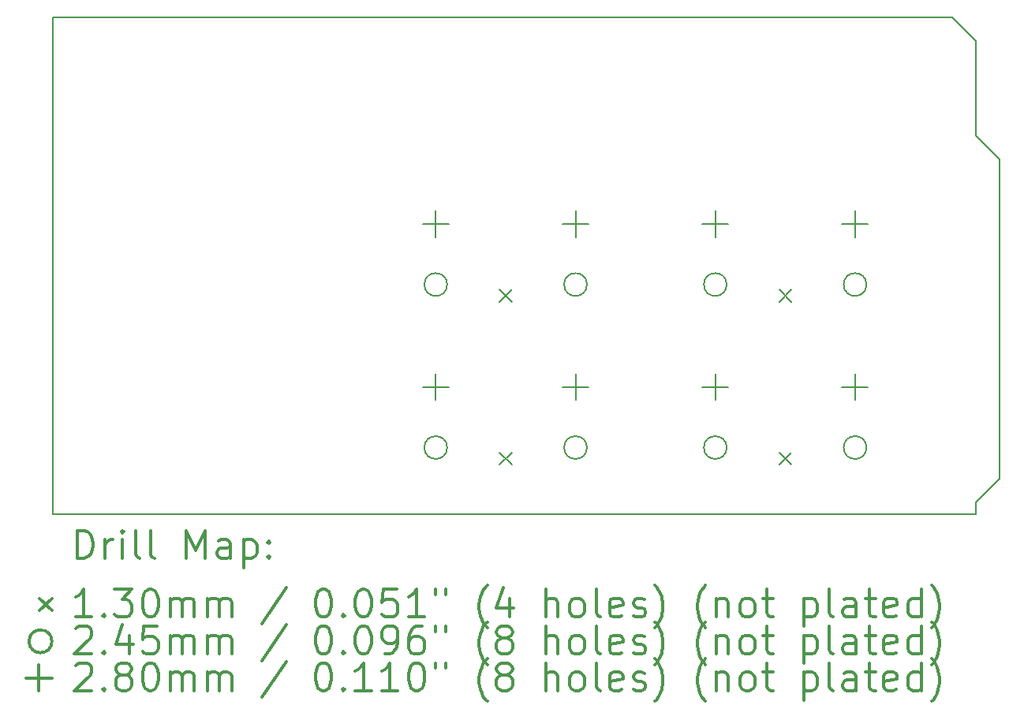
<source format=gbr>
%FSLAX45Y45*%
G04 Gerber Fmt 4.5, Leading zero omitted, Abs format (unit mm)*
G04 Created by KiCad (PCBNEW 4.0.7) date 12/07/17 00:39:20*
%MOMM*%
%LPD*%
G01*
G04 APERTURE LIST*
%ADD10C,0.127000*%
%ADD11C,0.150000*%
%ADD12C,0.200000*%
%ADD13C,0.300000*%
G04 APERTURE END LIST*
D10*
D11*
X20243800Y-7086600D02*
X20243800Y-8102600D01*
X20497800Y-11785600D02*
X20243800Y-12039600D01*
X20497800Y-8356600D02*
X20497800Y-11785600D01*
X20243800Y-8102600D02*
X20497800Y-8356600D01*
X19989800Y-6832600D02*
X20243800Y-7086600D01*
X20243800Y-12039600D02*
X20243800Y-12166600D01*
X10337800Y-12166600D02*
X10337800Y-6832600D01*
X20243800Y-12166600D02*
X10337800Y-12166600D01*
X10337800Y-6832600D02*
X19989800Y-6832600D01*
D12*
X15135000Y-9755000D02*
X15265000Y-9885000D01*
X15265000Y-9755000D02*
X15135000Y-9885000D01*
X15135000Y-11505000D02*
X15265000Y-11635000D01*
X15265000Y-11505000D02*
X15135000Y-11635000D01*
X18135000Y-9755000D02*
X18265000Y-9885000D01*
X18265000Y-9755000D02*
X18135000Y-9885000D01*
X18135000Y-11505000D02*
X18265000Y-11635000D01*
X18265000Y-11505000D02*
X18135000Y-11635000D01*
X14572500Y-9700000D02*
G75*
G03X14572500Y-9700000I-122500J0D01*
G01*
X14572500Y-11450000D02*
G75*
G03X14572500Y-11450000I-122500J0D01*
G01*
X16072500Y-9700000D02*
G75*
G03X16072500Y-9700000I-122500J0D01*
G01*
X16072500Y-11450000D02*
G75*
G03X16072500Y-11450000I-122500J0D01*
G01*
X17572500Y-9700000D02*
G75*
G03X17572500Y-9700000I-122500J0D01*
G01*
X17572500Y-11450000D02*
G75*
G03X17572500Y-11450000I-122500J0D01*
G01*
X19072500Y-9700000D02*
G75*
G03X19072500Y-9700000I-122500J0D01*
G01*
X19072500Y-11450000D02*
G75*
G03X19072500Y-11450000I-122500J0D01*
G01*
X14450000Y-8910000D02*
X14450000Y-9190000D01*
X14310000Y-9050000D02*
X14590000Y-9050000D01*
X14450000Y-10660000D02*
X14450000Y-10940000D01*
X14310000Y-10800000D02*
X14590000Y-10800000D01*
X15950000Y-8910000D02*
X15950000Y-9190000D01*
X15810000Y-9050000D02*
X16090000Y-9050000D01*
X15950000Y-10660000D02*
X15950000Y-10940000D01*
X15810000Y-10800000D02*
X16090000Y-10800000D01*
X17450000Y-8910000D02*
X17450000Y-9190000D01*
X17310000Y-9050000D02*
X17590000Y-9050000D01*
X17450000Y-10660000D02*
X17450000Y-10940000D01*
X17310000Y-10800000D02*
X17590000Y-10800000D01*
X18950000Y-8910000D02*
X18950000Y-9190000D01*
X18810000Y-9050000D02*
X19090000Y-9050000D01*
X18950000Y-10660000D02*
X18950000Y-10940000D01*
X18810000Y-10800000D02*
X19090000Y-10800000D01*
D13*
X10601729Y-12639814D02*
X10601729Y-12339814D01*
X10673157Y-12339814D01*
X10716014Y-12354100D01*
X10744586Y-12382671D01*
X10758871Y-12411243D01*
X10773157Y-12468386D01*
X10773157Y-12511243D01*
X10758871Y-12568386D01*
X10744586Y-12596957D01*
X10716014Y-12625529D01*
X10673157Y-12639814D01*
X10601729Y-12639814D01*
X10901729Y-12639814D02*
X10901729Y-12439814D01*
X10901729Y-12496957D02*
X10916014Y-12468386D01*
X10930300Y-12454100D01*
X10958871Y-12439814D01*
X10987443Y-12439814D01*
X11087443Y-12639814D02*
X11087443Y-12439814D01*
X11087443Y-12339814D02*
X11073157Y-12354100D01*
X11087443Y-12368386D01*
X11101729Y-12354100D01*
X11087443Y-12339814D01*
X11087443Y-12368386D01*
X11273157Y-12639814D02*
X11244586Y-12625529D01*
X11230300Y-12596957D01*
X11230300Y-12339814D01*
X11430300Y-12639814D02*
X11401728Y-12625529D01*
X11387443Y-12596957D01*
X11387443Y-12339814D01*
X11773157Y-12639814D02*
X11773157Y-12339814D01*
X11873157Y-12554100D01*
X11973157Y-12339814D01*
X11973157Y-12639814D01*
X12244586Y-12639814D02*
X12244586Y-12482671D01*
X12230300Y-12454100D01*
X12201728Y-12439814D01*
X12144586Y-12439814D01*
X12116014Y-12454100D01*
X12244586Y-12625529D02*
X12216014Y-12639814D01*
X12144586Y-12639814D01*
X12116014Y-12625529D01*
X12101728Y-12596957D01*
X12101728Y-12568386D01*
X12116014Y-12539814D01*
X12144586Y-12525529D01*
X12216014Y-12525529D01*
X12244586Y-12511243D01*
X12387443Y-12439814D02*
X12387443Y-12739814D01*
X12387443Y-12454100D02*
X12416014Y-12439814D01*
X12473157Y-12439814D01*
X12501728Y-12454100D01*
X12516014Y-12468386D01*
X12530300Y-12496957D01*
X12530300Y-12582671D01*
X12516014Y-12611243D01*
X12501728Y-12625529D01*
X12473157Y-12639814D01*
X12416014Y-12639814D01*
X12387443Y-12625529D01*
X12658871Y-12611243D02*
X12673157Y-12625529D01*
X12658871Y-12639814D01*
X12644586Y-12625529D01*
X12658871Y-12611243D01*
X12658871Y-12639814D01*
X12658871Y-12454100D02*
X12673157Y-12468386D01*
X12658871Y-12482671D01*
X12644586Y-12468386D01*
X12658871Y-12454100D01*
X12658871Y-12482671D01*
X10200300Y-13069100D02*
X10330300Y-13199100D01*
X10330300Y-13069100D02*
X10200300Y-13199100D01*
X10758871Y-13269814D02*
X10587443Y-13269814D01*
X10673157Y-13269814D02*
X10673157Y-12969814D01*
X10644586Y-13012671D01*
X10616014Y-13041243D01*
X10587443Y-13055529D01*
X10887443Y-13241243D02*
X10901729Y-13255529D01*
X10887443Y-13269814D01*
X10873157Y-13255529D01*
X10887443Y-13241243D01*
X10887443Y-13269814D01*
X11001728Y-12969814D02*
X11187443Y-12969814D01*
X11087443Y-13084100D01*
X11130300Y-13084100D01*
X11158871Y-13098386D01*
X11173157Y-13112671D01*
X11187443Y-13141243D01*
X11187443Y-13212671D01*
X11173157Y-13241243D01*
X11158871Y-13255529D01*
X11130300Y-13269814D01*
X11044586Y-13269814D01*
X11016014Y-13255529D01*
X11001728Y-13241243D01*
X11373157Y-12969814D02*
X11401728Y-12969814D01*
X11430300Y-12984100D01*
X11444586Y-12998386D01*
X11458871Y-13026957D01*
X11473157Y-13084100D01*
X11473157Y-13155529D01*
X11458871Y-13212671D01*
X11444586Y-13241243D01*
X11430300Y-13255529D01*
X11401728Y-13269814D01*
X11373157Y-13269814D01*
X11344586Y-13255529D01*
X11330300Y-13241243D01*
X11316014Y-13212671D01*
X11301728Y-13155529D01*
X11301728Y-13084100D01*
X11316014Y-13026957D01*
X11330300Y-12998386D01*
X11344586Y-12984100D01*
X11373157Y-12969814D01*
X11601728Y-13269814D02*
X11601728Y-13069814D01*
X11601728Y-13098386D02*
X11616014Y-13084100D01*
X11644586Y-13069814D01*
X11687443Y-13069814D01*
X11716014Y-13084100D01*
X11730300Y-13112671D01*
X11730300Y-13269814D01*
X11730300Y-13112671D02*
X11744586Y-13084100D01*
X11773157Y-13069814D01*
X11816014Y-13069814D01*
X11844586Y-13084100D01*
X11858871Y-13112671D01*
X11858871Y-13269814D01*
X12001728Y-13269814D02*
X12001728Y-13069814D01*
X12001728Y-13098386D02*
X12016014Y-13084100D01*
X12044586Y-13069814D01*
X12087443Y-13069814D01*
X12116014Y-13084100D01*
X12130300Y-13112671D01*
X12130300Y-13269814D01*
X12130300Y-13112671D02*
X12144586Y-13084100D01*
X12173157Y-13069814D01*
X12216014Y-13069814D01*
X12244586Y-13084100D01*
X12258871Y-13112671D01*
X12258871Y-13269814D01*
X12844586Y-12955529D02*
X12587443Y-13341243D01*
X13230300Y-12969814D02*
X13258871Y-12969814D01*
X13287443Y-12984100D01*
X13301728Y-12998386D01*
X13316014Y-13026957D01*
X13330300Y-13084100D01*
X13330300Y-13155529D01*
X13316014Y-13212671D01*
X13301728Y-13241243D01*
X13287443Y-13255529D01*
X13258871Y-13269814D01*
X13230300Y-13269814D01*
X13201728Y-13255529D01*
X13187443Y-13241243D01*
X13173157Y-13212671D01*
X13158871Y-13155529D01*
X13158871Y-13084100D01*
X13173157Y-13026957D01*
X13187443Y-12998386D01*
X13201728Y-12984100D01*
X13230300Y-12969814D01*
X13458871Y-13241243D02*
X13473157Y-13255529D01*
X13458871Y-13269814D01*
X13444586Y-13255529D01*
X13458871Y-13241243D01*
X13458871Y-13269814D01*
X13658871Y-12969814D02*
X13687443Y-12969814D01*
X13716014Y-12984100D01*
X13730300Y-12998386D01*
X13744585Y-13026957D01*
X13758871Y-13084100D01*
X13758871Y-13155529D01*
X13744585Y-13212671D01*
X13730300Y-13241243D01*
X13716014Y-13255529D01*
X13687443Y-13269814D01*
X13658871Y-13269814D01*
X13630300Y-13255529D01*
X13616014Y-13241243D01*
X13601728Y-13212671D01*
X13587443Y-13155529D01*
X13587443Y-13084100D01*
X13601728Y-13026957D01*
X13616014Y-12998386D01*
X13630300Y-12984100D01*
X13658871Y-12969814D01*
X14030300Y-12969814D02*
X13887443Y-12969814D01*
X13873157Y-13112671D01*
X13887443Y-13098386D01*
X13916014Y-13084100D01*
X13987443Y-13084100D01*
X14016014Y-13098386D01*
X14030300Y-13112671D01*
X14044585Y-13141243D01*
X14044585Y-13212671D01*
X14030300Y-13241243D01*
X14016014Y-13255529D01*
X13987443Y-13269814D01*
X13916014Y-13269814D01*
X13887443Y-13255529D01*
X13873157Y-13241243D01*
X14330300Y-13269814D02*
X14158871Y-13269814D01*
X14244585Y-13269814D02*
X14244585Y-12969814D01*
X14216014Y-13012671D01*
X14187443Y-13041243D01*
X14158871Y-13055529D01*
X14444586Y-12969814D02*
X14444586Y-13026957D01*
X14558871Y-12969814D02*
X14558871Y-13026957D01*
X15001728Y-13384100D02*
X14987443Y-13369814D01*
X14958871Y-13326957D01*
X14944585Y-13298386D01*
X14930300Y-13255529D01*
X14916014Y-13184100D01*
X14916014Y-13126957D01*
X14930300Y-13055529D01*
X14944585Y-13012671D01*
X14958871Y-12984100D01*
X14987443Y-12941243D01*
X15001728Y-12926957D01*
X15244585Y-13069814D02*
X15244585Y-13269814D01*
X15173157Y-12955529D02*
X15101728Y-13169814D01*
X15287443Y-13169814D01*
X15630300Y-13269814D02*
X15630300Y-12969814D01*
X15758871Y-13269814D02*
X15758871Y-13112671D01*
X15744585Y-13084100D01*
X15716014Y-13069814D01*
X15673157Y-13069814D01*
X15644585Y-13084100D01*
X15630300Y-13098386D01*
X15944585Y-13269814D02*
X15916014Y-13255529D01*
X15901728Y-13241243D01*
X15887443Y-13212671D01*
X15887443Y-13126957D01*
X15901728Y-13098386D01*
X15916014Y-13084100D01*
X15944585Y-13069814D01*
X15987443Y-13069814D01*
X16016014Y-13084100D01*
X16030300Y-13098386D01*
X16044585Y-13126957D01*
X16044585Y-13212671D01*
X16030300Y-13241243D01*
X16016014Y-13255529D01*
X15987443Y-13269814D01*
X15944585Y-13269814D01*
X16216014Y-13269814D02*
X16187443Y-13255529D01*
X16173157Y-13226957D01*
X16173157Y-12969814D01*
X16444586Y-13255529D02*
X16416014Y-13269814D01*
X16358871Y-13269814D01*
X16330300Y-13255529D01*
X16316014Y-13226957D01*
X16316014Y-13112671D01*
X16330300Y-13084100D01*
X16358871Y-13069814D01*
X16416014Y-13069814D01*
X16444586Y-13084100D01*
X16458871Y-13112671D01*
X16458871Y-13141243D01*
X16316014Y-13169814D01*
X16573157Y-13255529D02*
X16601728Y-13269814D01*
X16658871Y-13269814D01*
X16687443Y-13255529D01*
X16701728Y-13226957D01*
X16701728Y-13212671D01*
X16687443Y-13184100D01*
X16658871Y-13169814D01*
X16616014Y-13169814D01*
X16587443Y-13155529D01*
X16573157Y-13126957D01*
X16573157Y-13112671D01*
X16587443Y-13084100D01*
X16616014Y-13069814D01*
X16658871Y-13069814D01*
X16687443Y-13084100D01*
X16801728Y-13384100D02*
X16816014Y-13369814D01*
X16844586Y-13326957D01*
X16858871Y-13298386D01*
X16873157Y-13255529D01*
X16887443Y-13184100D01*
X16887443Y-13126957D01*
X16873157Y-13055529D01*
X16858871Y-13012671D01*
X16844586Y-12984100D01*
X16816014Y-12941243D01*
X16801728Y-12926957D01*
X17344586Y-13384100D02*
X17330300Y-13369814D01*
X17301728Y-13326957D01*
X17287443Y-13298386D01*
X17273157Y-13255529D01*
X17258871Y-13184100D01*
X17258871Y-13126957D01*
X17273157Y-13055529D01*
X17287443Y-13012671D01*
X17301728Y-12984100D01*
X17330300Y-12941243D01*
X17344586Y-12926957D01*
X17458871Y-13069814D02*
X17458871Y-13269814D01*
X17458871Y-13098386D02*
X17473157Y-13084100D01*
X17501728Y-13069814D01*
X17544586Y-13069814D01*
X17573157Y-13084100D01*
X17587443Y-13112671D01*
X17587443Y-13269814D01*
X17773157Y-13269814D02*
X17744586Y-13255529D01*
X17730300Y-13241243D01*
X17716014Y-13212671D01*
X17716014Y-13126957D01*
X17730300Y-13098386D01*
X17744586Y-13084100D01*
X17773157Y-13069814D01*
X17816014Y-13069814D01*
X17844586Y-13084100D01*
X17858871Y-13098386D01*
X17873157Y-13126957D01*
X17873157Y-13212671D01*
X17858871Y-13241243D01*
X17844586Y-13255529D01*
X17816014Y-13269814D01*
X17773157Y-13269814D01*
X17958871Y-13069814D02*
X18073157Y-13069814D01*
X18001729Y-12969814D02*
X18001729Y-13226957D01*
X18016014Y-13255529D01*
X18044586Y-13269814D01*
X18073157Y-13269814D01*
X18401729Y-13069814D02*
X18401729Y-13369814D01*
X18401729Y-13084100D02*
X18430300Y-13069814D01*
X18487443Y-13069814D01*
X18516014Y-13084100D01*
X18530300Y-13098386D01*
X18544586Y-13126957D01*
X18544586Y-13212671D01*
X18530300Y-13241243D01*
X18516014Y-13255529D01*
X18487443Y-13269814D01*
X18430300Y-13269814D01*
X18401729Y-13255529D01*
X18716014Y-13269814D02*
X18687443Y-13255529D01*
X18673157Y-13226957D01*
X18673157Y-12969814D01*
X18958871Y-13269814D02*
X18958871Y-13112671D01*
X18944586Y-13084100D01*
X18916014Y-13069814D01*
X18858871Y-13069814D01*
X18830300Y-13084100D01*
X18958871Y-13255529D02*
X18930300Y-13269814D01*
X18858871Y-13269814D01*
X18830300Y-13255529D01*
X18816014Y-13226957D01*
X18816014Y-13198386D01*
X18830300Y-13169814D01*
X18858871Y-13155529D01*
X18930300Y-13155529D01*
X18958871Y-13141243D01*
X19058871Y-13069814D02*
X19173157Y-13069814D01*
X19101729Y-12969814D02*
X19101729Y-13226957D01*
X19116014Y-13255529D01*
X19144586Y-13269814D01*
X19173157Y-13269814D01*
X19387443Y-13255529D02*
X19358872Y-13269814D01*
X19301729Y-13269814D01*
X19273157Y-13255529D01*
X19258872Y-13226957D01*
X19258872Y-13112671D01*
X19273157Y-13084100D01*
X19301729Y-13069814D01*
X19358872Y-13069814D01*
X19387443Y-13084100D01*
X19401729Y-13112671D01*
X19401729Y-13141243D01*
X19258872Y-13169814D01*
X19658872Y-13269814D02*
X19658872Y-12969814D01*
X19658872Y-13255529D02*
X19630300Y-13269814D01*
X19573157Y-13269814D01*
X19544586Y-13255529D01*
X19530300Y-13241243D01*
X19516014Y-13212671D01*
X19516014Y-13126957D01*
X19530300Y-13098386D01*
X19544586Y-13084100D01*
X19573157Y-13069814D01*
X19630300Y-13069814D01*
X19658872Y-13084100D01*
X19773157Y-13384100D02*
X19787443Y-13369814D01*
X19816014Y-13326957D01*
X19830300Y-13298386D01*
X19844586Y-13255529D01*
X19858872Y-13184100D01*
X19858872Y-13126957D01*
X19844586Y-13055529D01*
X19830300Y-13012671D01*
X19816014Y-12984100D01*
X19787443Y-12941243D01*
X19773157Y-12926957D01*
X10330300Y-13530100D02*
G75*
G03X10330300Y-13530100I-122500J0D01*
G01*
X10587443Y-13394386D02*
X10601729Y-13380100D01*
X10630300Y-13365814D01*
X10701729Y-13365814D01*
X10730300Y-13380100D01*
X10744586Y-13394386D01*
X10758871Y-13422957D01*
X10758871Y-13451529D01*
X10744586Y-13494386D01*
X10573157Y-13665814D01*
X10758871Y-13665814D01*
X10887443Y-13637243D02*
X10901729Y-13651529D01*
X10887443Y-13665814D01*
X10873157Y-13651529D01*
X10887443Y-13637243D01*
X10887443Y-13665814D01*
X11158871Y-13465814D02*
X11158871Y-13665814D01*
X11087443Y-13351529D02*
X11016014Y-13565814D01*
X11201728Y-13565814D01*
X11458871Y-13365814D02*
X11316014Y-13365814D01*
X11301728Y-13508671D01*
X11316014Y-13494386D01*
X11344586Y-13480100D01*
X11416014Y-13480100D01*
X11444586Y-13494386D01*
X11458871Y-13508671D01*
X11473157Y-13537243D01*
X11473157Y-13608671D01*
X11458871Y-13637243D01*
X11444586Y-13651529D01*
X11416014Y-13665814D01*
X11344586Y-13665814D01*
X11316014Y-13651529D01*
X11301728Y-13637243D01*
X11601728Y-13665814D02*
X11601728Y-13465814D01*
X11601728Y-13494386D02*
X11616014Y-13480100D01*
X11644586Y-13465814D01*
X11687443Y-13465814D01*
X11716014Y-13480100D01*
X11730300Y-13508671D01*
X11730300Y-13665814D01*
X11730300Y-13508671D02*
X11744586Y-13480100D01*
X11773157Y-13465814D01*
X11816014Y-13465814D01*
X11844586Y-13480100D01*
X11858871Y-13508671D01*
X11858871Y-13665814D01*
X12001728Y-13665814D02*
X12001728Y-13465814D01*
X12001728Y-13494386D02*
X12016014Y-13480100D01*
X12044586Y-13465814D01*
X12087443Y-13465814D01*
X12116014Y-13480100D01*
X12130300Y-13508671D01*
X12130300Y-13665814D01*
X12130300Y-13508671D02*
X12144586Y-13480100D01*
X12173157Y-13465814D01*
X12216014Y-13465814D01*
X12244586Y-13480100D01*
X12258871Y-13508671D01*
X12258871Y-13665814D01*
X12844586Y-13351529D02*
X12587443Y-13737243D01*
X13230300Y-13365814D02*
X13258871Y-13365814D01*
X13287443Y-13380100D01*
X13301728Y-13394386D01*
X13316014Y-13422957D01*
X13330300Y-13480100D01*
X13330300Y-13551529D01*
X13316014Y-13608671D01*
X13301728Y-13637243D01*
X13287443Y-13651529D01*
X13258871Y-13665814D01*
X13230300Y-13665814D01*
X13201728Y-13651529D01*
X13187443Y-13637243D01*
X13173157Y-13608671D01*
X13158871Y-13551529D01*
X13158871Y-13480100D01*
X13173157Y-13422957D01*
X13187443Y-13394386D01*
X13201728Y-13380100D01*
X13230300Y-13365814D01*
X13458871Y-13637243D02*
X13473157Y-13651529D01*
X13458871Y-13665814D01*
X13444586Y-13651529D01*
X13458871Y-13637243D01*
X13458871Y-13665814D01*
X13658871Y-13365814D02*
X13687443Y-13365814D01*
X13716014Y-13380100D01*
X13730300Y-13394386D01*
X13744585Y-13422957D01*
X13758871Y-13480100D01*
X13758871Y-13551529D01*
X13744585Y-13608671D01*
X13730300Y-13637243D01*
X13716014Y-13651529D01*
X13687443Y-13665814D01*
X13658871Y-13665814D01*
X13630300Y-13651529D01*
X13616014Y-13637243D01*
X13601728Y-13608671D01*
X13587443Y-13551529D01*
X13587443Y-13480100D01*
X13601728Y-13422957D01*
X13616014Y-13394386D01*
X13630300Y-13380100D01*
X13658871Y-13365814D01*
X13901728Y-13665814D02*
X13958871Y-13665814D01*
X13987443Y-13651529D01*
X14001728Y-13637243D01*
X14030300Y-13594386D01*
X14044585Y-13537243D01*
X14044585Y-13422957D01*
X14030300Y-13394386D01*
X14016014Y-13380100D01*
X13987443Y-13365814D01*
X13930300Y-13365814D01*
X13901728Y-13380100D01*
X13887443Y-13394386D01*
X13873157Y-13422957D01*
X13873157Y-13494386D01*
X13887443Y-13522957D01*
X13901728Y-13537243D01*
X13930300Y-13551529D01*
X13987443Y-13551529D01*
X14016014Y-13537243D01*
X14030300Y-13522957D01*
X14044585Y-13494386D01*
X14301728Y-13365814D02*
X14244585Y-13365814D01*
X14216014Y-13380100D01*
X14201728Y-13394386D01*
X14173157Y-13437243D01*
X14158871Y-13494386D01*
X14158871Y-13608671D01*
X14173157Y-13637243D01*
X14187443Y-13651529D01*
X14216014Y-13665814D01*
X14273157Y-13665814D01*
X14301728Y-13651529D01*
X14316014Y-13637243D01*
X14330300Y-13608671D01*
X14330300Y-13537243D01*
X14316014Y-13508671D01*
X14301728Y-13494386D01*
X14273157Y-13480100D01*
X14216014Y-13480100D01*
X14187443Y-13494386D01*
X14173157Y-13508671D01*
X14158871Y-13537243D01*
X14444586Y-13365814D02*
X14444586Y-13422957D01*
X14558871Y-13365814D02*
X14558871Y-13422957D01*
X15001728Y-13780100D02*
X14987443Y-13765814D01*
X14958871Y-13722957D01*
X14944585Y-13694386D01*
X14930300Y-13651529D01*
X14916014Y-13580100D01*
X14916014Y-13522957D01*
X14930300Y-13451529D01*
X14944585Y-13408671D01*
X14958871Y-13380100D01*
X14987443Y-13337243D01*
X15001728Y-13322957D01*
X15158871Y-13494386D02*
X15130300Y-13480100D01*
X15116014Y-13465814D01*
X15101728Y-13437243D01*
X15101728Y-13422957D01*
X15116014Y-13394386D01*
X15130300Y-13380100D01*
X15158871Y-13365814D01*
X15216014Y-13365814D01*
X15244585Y-13380100D01*
X15258871Y-13394386D01*
X15273157Y-13422957D01*
X15273157Y-13437243D01*
X15258871Y-13465814D01*
X15244585Y-13480100D01*
X15216014Y-13494386D01*
X15158871Y-13494386D01*
X15130300Y-13508671D01*
X15116014Y-13522957D01*
X15101728Y-13551529D01*
X15101728Y-13608671D01*
X15116014Y-13637243D01*
X15130300Y-13651529D01*
X15158871Y-13665814D01*
X15216014Y-13665814D01*
X15244585Y-13651529D01*
X15258871Y-13637243D01*
X15273157Y-13608671D01*
X15273157Y-13551529D01*
X15258871Y-13522957D01*
X15244585Y-13508671D01*
X15216014Y-13494386D01*
X15630300Y-13665814D02*
X15630300Y-13365814D01*
X15758871Y-13665814D02*
X15758871Y-13508671D01*
X15744585Y-13480100D01*
X15716014Y-13465814D01*
X15673157Y-13465814D01*
X15644585Y-13480100D01*
X15630300Y-13494386D01*
X15944585Y-13665814D02*
X15916014Y-13651529D01*
X15901728Y-13637243D01*
X15887443Y-13608671D01*
X15887443Y-13522957D01*
X15901728Y-13494386D01*
X15916014Y-13480100D01*
X15944585Y-13465814D01*
X15987443Y-13465814D01*
X16016014Y-13480100D01*
X16030300Y-13494386D01*
X16044585Y-13522957D01*
X16044585Y-13608671D01*
X16030300Y-13637243D01*
X16016014Y-13651529D01*
X15987443Y-13665814D01*
X15944585Y-13665814D01*
X16216014Y-13665814D02*
X16187443Y-13651529D01*
X16173157Y-13622957D01*
X16173157Y-13365814D01*
X16444586Y-13651529D02*
X16416014Y-13665814D01*
X16358871Y-13665814D01*
X16330300Y-13651529D01*
X16316014Y-13622957D01*
X16316014Y-13508671D01*
X16330300Y-13480100D01*
X16358871Y-13465814D01*
X16416014Y-13465814D01*
X16444586Y-13480100D01*
X16458871Y-13508671D01*
X16458871Y-13537243D01*
X16316014Y-13565814D01*
X16573157Y-13651529D02*
X16601728Y-13665814D01*
X16658871Y-13665814D01*
X16687443Y-13651529D01*
X16701728Y-13622957D01*
X16701728Y-13608671D01*
X16687443Y-13580100D01*
X16658871Y-13565814D01*
X16616014Y-13565814D01*
X16587443Y-13551529D01*
X16573157Y-13522957D01*
X16573157Y-13508671D01*
X16587443Y-13480100D01*
X16616014Y-13465814D01*
X16658871Y-13465814D01*
X16687443Y-13480100D01*
X16801728Y-13780100D02*
X16816014Y-13765814D01*
X16844586Y-13722957D01*
X16858871Y-13694386D01*
X16873157Y-13651529D01*
X16887443Y-13580100D01*
X16887443Y-13522957D01*
X16873157Y-13451529D01*
X16858871Y-13408671D01*
X16844586Y-13380100D01*
X16816014Y-13337243D01*
X16801728Y-13322957D01*
X17344586Y-13780100D02*
X17330300Y-13765814D01*
X17301728Y-13722957D01*
X17287443Y-13694386D01*
X17273157Y-13651529D01*
X17258871Y-13580100D01*
X17258871Y-13522957D01*
X17273157Y-13451529D01*
X17287443Y-13408671D01*
X17301728Y-13380100D01*
X17330300Y-13337243D01*
X17344586Y-13322957D01*
X17458871Y-13465814D02*
X17458871Y-13665814D01*
X17458871Y-13494386D02*
X17473157Y-13480100D01*
X17501728Y-13465814D01*
X17544586Y-13465814D01*
X17573157Y-13480100D01*
X17587443Y-13508671D01*
X17587443Y-13665814D01*
X17773157Y-13665814D02*
X17744586Y-13651529D01*
X17730300Y-13637243D01*
X17716014Y-13608671D01*
X17716014Y-13522957D01*
X17730300Y-13494386D01*
X17744586Y-13480100D01*
X17773157Y-13465814D01*
X17816014Y-13465814D01*
X17844586Y-13480100D01*
X17858871Y-13494386D01*
X17873157Y-13522957D01*
X17873157Y-13608671D01*
X17858871Y-13637243D01*
X17844586Y-13651529D01*
X17816014Y-13665814D01*
X17773157Y-13665814D01*
X17958871Y-13465814D02*
X18073157Y-13465814D01*
X18001729Y-13365814D02*
X18001729Y-13622957D01*
X18016014Y-13651529D01*
X18044586Y-13665814D01*
X18073157Y-13665814D01*
X18401729Y-13465814D02*
X18401729Y-13765814D01*
X18401729Y-13480100D02*
X18430300Y-13465814D01*
X18487443Y-13465814D01*
X18516014Y-13480100D01*
X18530300Y-13494386D01*
X18544586Y-13522957D01*
X18544586Y-13608671D01*
X18530300Y-13637243D01*
X18516014Y-13651529D01*
X18487443Y-13665814D01*
X18430300Y-13665814D01*
X18401729Y-13651529D01*
X18716014Y-13665814D02*
X18687443Y-13651529D01*
X18673157Y-13622957D01*
X18673157Y-13365814D01*
X18958871Y-13665814D02*
X18958871Y-13508671D01*
X18944586Y-13480100D01*
X18916014Y-13465814D01*
X18858871Y-13465814D01*
X18830300Y-13480100D01*
X18958871Y-13651529D02*
X18930300Y-13665814D01*
X18858871Y-13665814D01*
X18830300Y-13651529D01*
X18816014Y-13622957D01*
X18816014Y-13594386D01*
X18830300Y-13565814D01*
X18858871Y-13551529D01*
X18930300Y-13551529D01*
X18958871Y-13537243D01*
X19058871Y-13465814D02*
X19173157Y-13465814D01*
X19101729Y-13365814D02*
X19101729Y-13622957D01*
X19116014Y-13651529D01*
X19144586Y-13665814D01*
X19173157Y-13665814D01*
X19387443Y-13651529D02*
X19358872Y-13665814D01*
X19301729Y-13665814D01*
X19273157Y-13651529D01*
X19258872Y-13622957D01*
X19258872Y-13508671D01*
X19273157Y-13480100D01*
X19301729Y-13465814D01*
X19358872Y-13465814D01*
X19387443Y-13480100D01*
X19401729Y-13508671D01*
X19401729Y-13537243D01*
X19258872Y-13565814D01*
X19658872Y-13665814D02*
X19658872Y-13365814D01*
X19658872Y-13651529D02*
X19630300Y-13665814D01*
X19573157Y-13665814D01*
X19544586Y-13651529D01*
X19530300Y-13637243D01*
X19516014Y-13608671D01*
X19516014Y-13522957D01*
X19530300Y-13494386D01*
X19544586Y-13480100D01*
X19573157Y-13465814D01*
X19630300Y-13465814D01*
X19658872Y-13480100D01*
X19773157Y-13780100D02*
X19787443Y-13765814D01*
X19816014Y-13722957D01*
X19830300Y-13694386D01*
X19844586Y-13651529D01*
X19858872Y-13580100D01*
X19858872Y-13522957D01*
X19844586Y-13451529D01*
X19830300Y-13408671D01*
X19816014Y-13380100D01*
X19787443Y-13337243D01*
X19773157Y-13322957D01*
X10190300Y-13786100D02*
X10190300Y-14066100D01*
X10050300Y-13926100D02*
X10330300Y-13926100D01*
X10587443Y-13790386D02*
X10601729Y-13776100D01*
X10630300Y-13761814D01*
X10701729Y-13761814D01*
X10730300Y-13776100D01*
X10744586Y-13790386D01*
X10758871Y-13818957D01*
X10758871Y-13847529D01*
X10744586Y-13890386D01*
X10573157Y-14061814D01*
X10758871Y-14061814D01*
X10887443Y-14033243D02*
X10901729Y-14047529D01*
X10887443Y-14061814D01*
X10873157Y-14047529D01*
X10887443Y-14033243D01*
X10887443Y-14061814D01*
X11073157Y-13890386D02*
X11044586Y-13876100D01*
X11030300Y-13861814D01*
X11016014Y-13833243D01*
X11016014Y-13818957D01*
X11030300Y-13790386D01*
X11044586Y-13776100D01*
X11073157Y-13761814D01*
X11130300Y-13761814D01*
X11158871Y-13776100D01*
X11173157Y-13790386D01*
X11187443Y-13818957D01*
X11187443Y-13833243D01*
X11173157Y-13861814D01*
X11158871Y-13876100D01*
X11130300Y-13890386D01*
X11073157Y-13890386D01*
X11044586Y-13904671D01*
X11030300Y-13918957D01*
X11016014Y-13947529D01*
X11016014Y-14004671D01*
X11030300Y-14033243D01*
X11044586Y-14047529D01*
X11073157Y-14061814D01*
X11130300Y-14061814D01*
X11158871Y-14047529D01*
X11173157Y-14033243D01*
X11187443Y-14004671D01*
X11187443Y-13947529D01*
X11173157Y-13918957D01*
X11158871Y-13904671D01*
X11130300Y-13890386D01*
X11373157Y-13761814D02*
X11401728Y-13761814D01*
X11430300Y-13776100D01*
X11444586Y-13790386D01*
X11458871Y-13818957D01*
X11473157Y-13876100D01*
X11473157Y-13947529D01*
X11458871Y-14004671D01*
X11444586Y-14033243D01*
X11430300Y-14047529D01*
X11401728Y-14061814D01*
X11373157Y-14061814D01*
X11344586Y-14047529D01*
X11330300Y-14033243D01*
X11316014Y-14004671D01*
X11301728Y-13947529D01*
X11301728Y-13876100D01*
X11316014Y-13818957D01*
X11330300Y-13790386D01*
X11344586Y-13776100D01*
X11373157Y-13761814D01*
X11601728Y-14061814D02*
X11601728Y-13861814D01*
X11601728Y-13890386D02*
X11616014Y-13876100D01*
X11644586Y-13861814D01*
X11687443Y-13861814D01*
X11716014Y-13876100D01*
X11730300Y-13904671D01*
X11730300Y-14061814D01*
X11730300Y-13904671D02*
X11744586Y-13876100D01*
X11773157Y-13861814D01*
X11816014Y-13861814D01*
X11844586Y-13876100D01*
X11858871Y-13904671D01*
X11858871Y-14061814D01*
X12001728Y-14061814D02*
X12001728Y-13861814D01*
X12001728Y-13890386D02*
X12016014Y-13876100D01*
X12044586Y-13861814D01*
X12087443Y-13861814D01*
X12116014Y-13876100D01*
X12130300Y-13904671D01*
X12130300Y-14061814D01*
X12130300Y-13904671D02*
X12144586Y-13876100D01*
X12173157Y-13861814D01*
X12216014Y-13861814D01*
X12244586Y-13876100D01*
X12258871Y-13904671D01*
X12258871Y-14061814D01*
X12844586Y-13747529D02*
X12587443Y-14133243D01*
X13230300Y-13761814D02*
X13258871Y-13761814D01*
X13287443Y-13776100D01*
X13301728Y-13790386D01*
X13316014Y-13818957D01*
X13330300Y-13876100D01*
X13330300Y-13947529D01*
X13316014Y-14004671D01*
X13301728Y-14033243D01*
X13287443Y-14047529D01*
X13258871Y-14061814D01*
X13230300Y-14061814D01*
X13201728Y-14047529D01*
X13187443Y-14033243D01*
X13173157Y-14004671D01*
X13158871Y-13947529D01*
X13158871Y-13876100D01*
X13173157Y-13818957D01*
X13187443Y-13790386D01*
X13201728Y-13776100D01*
X13230300Y-13761814D01*
X13458871Y-14033243D02*
X13473157Y-14047529D01*
X13458871Y-14061814D01*
X13444586Y-14047529D01*
X13458871Y-14033243D01*
X13458871Y-14061814D01*
X13758871Y-14061814D02*
X13587443Y-14061814D01*
X13673157Y-14061814D02*
X13673157Y-13761814D01*
X13644585Y-13804671D01*
X13616014Y-13833243D01*
X13587443Y-13847529D01*
X14044585Y-14061814D02*
X13873157Y-14061814D01*
X13958871Y-14061814D02*
X13958871Y-13761814D01*
X13930300Y-13804671D01*
X13901728Y-13833243D01*
X13873157Y-13847529D01*
X14230300Y-13761814D02*
X14258871Y-13761814D01*
X14287443Y-13776100D01*
X14301728Y-13790386D01*
X14316014Y-13818957D01*
X14330300Y-13876100D01*
X14330300Y-13947529D01*
X14316014Y-14004671D01*
X14301728Y-14033243D01*
X14287443Y-14047529D01*
X14258871Y-14061814D01*
X14230300Y-14061814D01*
X14201728Y-14047529D01*
X14187443Y-14033243D01*
X14173157Y-14004671D01*
X14158871Y-13947529D01*
X14158871Y-13876100D01*
X14173157Y-13818957D01*
X14187443Y-13790386D01*
X14201728Y-13776100D01*
X14230300Y-13761814D01*
X14444586Y-13761814D02*
X14444586Y-13818957D01*
X14558871Y-13761814D02*
X14558871Y-13818957D01*
X15001728Y-14176100D02*
X14987443Y-14161814D01*
X14958871Y-14118957D01*
X14944585Y-14090386D01*
X14930300Y-14047529D01*
X14916014Y-13976100D01*
X14916014Y-13918957D01*
X14930300Y-13847529D01*
X14944585Y-13804671D01*
X14958871Y-13776100D01*
X14987443Y-13733243D01*
X15001728Y-13718957D01*
X15158871Y-13890386D02*
X15130300Y-13876100D01*
X15116014Y-13861814D01*
X15101728Y-13833243D01*
X15101728Y-13818957D01*
X15116014Y-13790386D01*
X15130300Y-13776100D01*
X15158871Y-13761814D01*
X15216014Y-13761814D01*
X15244585Y-13776100D01*
X15258871Y-13790386D01*
X15273157Y-13818957D01*
X15273157Y-13833243D01*
X15258871Y-13861814D01*
X15244585Y-13876100D01*
X15216014Y-13890386D01*
X15158871Y-13890386D01*
X15130300Y-13904671D01*
X15116014Y-13918957D01*
X15101728Y-13947529D01*
X15101728Y-14004671D01*
X15116014Y-14033243D01*
X15130300Y-14047529D01*
X15158871Y-14061814D01*
X15216014Y-14061814D01*
X15244585Y-14047529D01*
X15258871Y-14033243D01*
X15273157Y-14004671D01*
X15273157Y-13947529D01*
X15258871Y-13918957D01*
X15244585Y-13904671D01*
X15216014Y-13890386D01*
X15630300Y-14061814D02*
X15630300Y-13761814D01*
X15758871Y-14061814D02*
X15758871Y-13904671D01*
X15744585Y-13876100D01*
X15716014Y-13861814D01*
X15673157Y-13861814D01*
X15644585Y-13876100D01*
X15630300Y-13890386D01*
X15944585Y-14061814D02*
X15916014Y-14047529D01*
X15901728Y-14033243D01*
X15887443Y-14004671D01*
X15887443Y-13918957D01*
X15901728Y-13890386D01*
X15916014Y-13876100D01*
X15944585Y-13861814D01*
X15987443Y-13861814D01*
X16016014Y-13876100D01*
X16030300Y-13890386D01*
X16044585Y-13918957D01*
X16044585Y-14004671D01*
X16030300Y-14033243D01*
X16016014Y-14047529D01*
X15987443Y-14061814D01*
X15944585Y-14061814D01*
X16216014Y-14061814D02*
X16187443Y-14047529D01*
X16173157Y-14018957D01*
X16173157Y-13761814D01*
X16444586Y-14047529D02*
X16416014Y-14061814D01*
X16358871Y-14061814D01*
X16330300Y-14047529D01*
X16316014Y-14018957D01*
X16316014Y-13904671D01*
X16330300Y-13876100D01*
X16358871Y-13861814D01*
X16416014Y-13861814D01*
X16444586Y-13876100D01*
X16458871Y-13904671D01*
X16458871Y-13933243D01*
X16316014Y-13961814D01*
X16573157Y-14047529D02*
X16601728Y-14061814D01*
X16658871Y-14061814D01*
X16687443Y-14047529D01*
X16701728Y-14018957D01*
X16701728Y-14004671D01*
X16687443Y-13976100D01*
X16658871Y-13961814D01*
X16616014Y-13961814D01*
X16587443Y-13947529D01*
X16573157Y-13918957D01*
X16573157Y-13904671D01*
X16587443Y-13876100D01*
X16616014Y-13861814D01*
X16658871Y-13861814D01*
X16687443Y-13876100D01*
X16801728Y-14176100D02*
X16816014Y-14161814D01*
X16844586Y-14118957D01*
X16858871Y-14090386D01*
X16873157Y-14047529D01*
X16887443Y-13976100D01*
X16887443Y-13918957D01*
X16873157Y-13847529D01*
X16858871Y-13804671D01*
X16844586Y-13776100D01*
X16816014Y-13733243D01*
X16801728Y-13718957D01*
X17344586Y-14176100D02*
X17330300Y-14161814D01*
X17301728Y-14118957D01*
X17287443Y-14090386D01*
X17273157Y-14047529D01*
X17258871Y-13976100D01*
X17258871Y-13918957D01*
X17273157Y-13847529D01*
X17287443Y-13804671D01*
X17301728Y-13776100D01*
X17330300Y-13733243D01*
X17344586Y-13718957D01*
X17458871Y-13861814D02*
X17458871Y-14061814D01*
X17458871Y-13890386D02*
X17473157Y-13876100D01*
X17501728Y-13861814D01*
X17544586Y-13861814D01*
X17573157Y-13876100D01*
X17587443Y-13904671D01*
X17587443Y-14061814D01*
X17773157Y-14061814D02*
X17744586Y-14047529D01*
X17730300Y-14033243D01*
X17716014Y-14004671D01*
X17716014Y-13918957D01*
X17730300Y-13890386D01*
X17744586Y-13876100D01*
X17773157Y-13861814D01*
X17816014Y-13861814D01*
X17844586Y-13876100D01*
X17858871Y-13890386D01*
X17873157Y-13918957D01*
X17873157Y-14004671D01*
X17858871Y-14033243D01*
X17844586Y-14047529D01*
X17816014Y-14061814D01*
X17773157Y-14061814D01*
X17958871Y-13861814D02*
X18073157Y-13861814D01*
X18001729Y-13761814D02*
X18001729Y-14018957D01*
X18016014Y-14047529D01*
X18044586Y-14061814D01*
X18073157Y-14061814D01*
X18401729Y-13861814D02*
X18401729Y-14161814D01*
X18401729Y-13876100D02*
X18430300Y-13861814D01*
X18487443Y-13861814D01*
X18516014Y-13876100D01*
X18530300Y-13890386D01*
X18544586Y-13918957D01*
X18544586Y-14004671D01*
X18530300Y-14033243D01*
X18516014Y-14047529D01*
X18487443Y-14061814D01*
X18430300Y-14061814D01*
X18401729Y-14047529D01*
X18716014Y-14061814D02*
X18687443Y-14047529D01*
X18673157Y-14018957D01*
X18673157Y-13761814D01*
X18958871Y-14061814D02*
X18958871Y-13904671D01*
X18944586Y-13876100D01*
X18916014Y-13861814D01*
X18858871Y-13861814D01*
X18830300Y-13876100D01*
X18958871Y-14047529D02*
X18930300Y-14061814D01*
X18858871Y-14061814D01*
X18830300Y-14047529D01*
X18816014Y-14018957D01*
X18816014Y-13990386D01*
X18830300Y-13961814D01*
X18858871Y-13947529D01*
X18930300Y-13947529D01*
X18958871Y-13933243D01*
X19058871Y-13861814D02*
X19173157Y-13861814D01*
X19101729Y-13761814D02*
X19101729Y-14018957D01*
X19116014Y-14047529D01*
X19144586Y-14061814D01*
X19173157Y-14061814D01*
X19387443Y-14047529D02*
X19358872Y-14061814D01*
X19301729Y-14061814D01*
X19273157Y-14047529D01*
X19258872Y-14018957D01*
X19258872Y-13904671D01*
X19273157Y-13876100D01*
X19301729Y-13861814D01*
X19358872Y-13861814D01*
X19387443Y-13876100D01*
X19401729Y-13904671D01*
X19401729Y-13933243D01*
X19258872Y-13961814D01*
X19658872Y-14061814D02*
X19658872Y-13761814D01*
X19658872Y-14047529D02*
X19630300Y-14061814D01*
X19573157Y-14061814D01*
X19544586Y-14047529D01*
X19530300Y-14033243D01*
X19516014Y-14004671D01*
X19516014Y-13918957D01*
X19530300Y-13890386D01*
X19544586Y-13876100D01*
X19573157Y-13861814D01*
X19630300Y-13861814D01*
X19658872Y-13876100D01*
X19773157Y-14176100D02*
X19787443Y-14161814D01*
X19816014Y-14118957D01*
X19830300Y-14090386D01*
X19844586Y-14047529D01*
X19858872Y-13976100D01*
X19858872Y-13918957D01*
X19844586Y-13847529D01*
X19830300Y-13804671D01*
X19816014Y-13776100D01*
X19787443Y-13733243D01*
X19773157Y-13718957D01*
M02*

</source>
